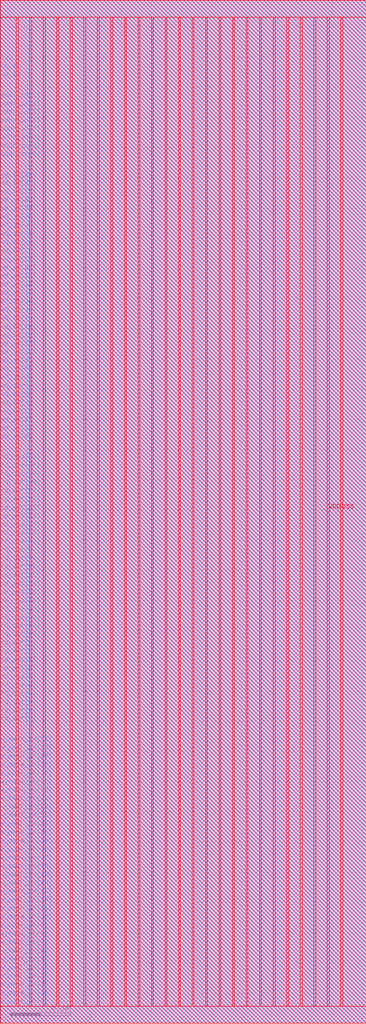
<source format=lef>
VERSION 5.7 ;
BUSBITCHARS "[]" ;
MACRO fakeram45_256x32
  FOREIGN fakeram45_256x32 0 0 ;
  SYMMETRY X Y R90 ;
  SIZE 60.610 BY 169.400 ;
  CLASS BLOCK ;
  PIN w_mask_in[0]
    DIRECTION INPUT ;
    USE SIGNAL ;
    SHAPE ABUTMENT ;
    PORT
      LAYER metal3 ;
      RECT 0.000 2.765 0.070 2.835 ;
    END
  END w_mask_in[0]
  PIN w_mask_in[1]
    DIRECTION INPUT ;
    USE SIGNAL ;
    SHAPE ABUTMENT ;
    PORT
      LAYER metal3 ;
      RECT 0.000 4.165 0.070 4.235 ;
    END
  END w_mask_in[1]
  PIN w_mask_in[2]
    DIRECTION INPUT ;
    USE SIGNAL ;
    SHAPE ABUTMENT ;
    PORT
      LAYER metal3 ;
      RECT 0.000 5.565 0.070 5.635 ;
    END
  END w_mask_in[2]
  PIN w_mask_in[3]
    DIRECTION INPUT ;
    USE SIGNAL ;
    SHAPE ABUTMENT ;
    PORT
      LAYER metal3 ;
      RECT 0.000 6.965 0.070 7.035 ;
    END
  END w_mask_in[3]
  PIN w_mask_in[4]
    DIRECTION INPUT ;
    USE SIGNAL ;
    SHAPE ABUTMENT ;
    PORT
      LAYER metal3 ;
      RECT 0.000 8.365 0.070 8.435 ;
    END
  END w_mask_in[4]
  PIN w_mask_in[5]
    DIRECTION INPUT ;
    USE SIGNAL ;
    SHAPE ABUTMENT ;
    PORT
      LAYER metal3 ;
      RECT 0.000 9.765 0.070 9.835 ;
    END
  END w_mask_in[5]
  PIN w_mask_in[6]
    DIRECTION INPUT ;
    USE SIGNAL ;
    SHAPE ABUTMENT ;
    PORT
      LAYER metal3 ;
      RECT 0.000 11.165 0.070 11.235 ;
    END
  END w_mask_in[6]
  PIN w_mask_in[7]
    DIRECTION INPUT ;
    USE SIGNAL ;
    SHAPE ABUTMENT ;
    PORT
      LAYER metal3 ;
      RECT 0.000 12.565 0.070 12.635 ;
    END
  END w_mask_in[7]
  PIN w_mask_in[8]
    DIRECTION INPUT ;
    USE SIGNAL ;
    SHAPE ABUTMENT ;
    PORT
      LAYER metal3 ;
      RECT 0.000 13.965 0.070 14.035 ;
    END
  END w_mask_in[8]
  PIN w_mask_in[9]
    DIRECTION INPUT ;
    USE SIGNAL ;
    SHAPE ABUTMENT ;
    PORT
      LAYER metal3 ;
      RECT 0.000 15.365 0.070 15.435 ;
    END
  END w_mask_in[9]
  PIN w_mask_in[10]
    DIRECTION INPUT ;
    USE SIGNAL ;
    SHAPE ABUTMENT ;
    PORT
      LAYER metal3 ;
      RECT 0.000 16.765 0.070 16.835 ;
    END
  END w_mask_in[10]
  PIN w_mask_in[11]
    DIRECTION INPUT ;
    USE SIGNAL ;
    SHAPE ABUTMENT ;
    PORT
      LAYER metal3 ;
      RECT 0.000 18.165 0.070 18.235 ;
    END
  END w_mask_in[11]
  PIN w_mask_in[12]
    DIRECTION INPUT ;
    USE SIGNAL ;
    SHAPE ABUTMENT ;
    PORT
      LAYER metal3 ;
      RECT 0.000 19.565 0.070 19.635 ;
    END
  END w_mask_in[12]
  PIN w_mask_in[13]
    DIRECTION INPUT ;
    USE SIGNAL ;
    SHAPE ABUTMENT ;
    PORT
      LAYER metal3 ;
      RECT 0.000 20.965 0.070 21.035 ;
    END
  END w_mask_in[13]
  PIN w_mask_in[14]
    DIRECTION INPUT ;
    USE SIGNAL ;
    SHAPE ABUTMENT ;
    PORT
      LAYER metal3 ;
      RECT 0.000 22.365 0.070 22.435 ;
    END
  END w_mask_in[14]
  PIN w_mask_in[15]
    DIRECTION INPUT ;
    USE SIGNAL ;
    SHAPE ABUTMENT ;
    PORT
      LAYER metal3 ;
      RECT 0.000 23.765 0.070 23.835 ;
    END
  END w_mask_in[15]
  PIN w_mask_in[16]
    DIRECTION INPUT ;
    USE SIGNAL ;
    SHAPE ABUTMENT ;
    PORT
      LAYER metal3 ;
      RECT 0.000 25.165 0.070 25.235 ;
    END
  END w_mask_in[16]
  PIN w_mask_in[17]
    DIRECTION INPUT ;
    USE SIGNAL ;
    SHAPE ABUTMENT ;
    PORT
      LAYER metal3 ;
      RECT 0.000 26.565 0.070 26.635 ;
    END
  END w_mask_in[17]
  PIN w_mask_in[18]
    DIRECTION INPUT ;
    USE SIGNAL ;
    SHAPE ABUTMENT ;
    PORT
      LAYER metal3 ;
      RECT 0.000 27.965 0.070 28.035 ;
    END
  END w_mask_in[18]
  PIN w_mask_in[19]
    DIRECTION INPUT ;
    USE SIGNAL ;
    SHAPE ABUTMENT ;
    PORT
      LAYER metal3 ;
      RECT 0.000 29.365 0.070 29.435 ;
    END
  END w_mask_in[19]
  PIN w_mask_in[20]
    DIRECTION INPUT ;
    USE SIGNAL ;
    SHAPE ABUTMENT ;
    PORT
      LAYER metal3 ;
      RECT 0.000 30.765 0.070 30.835 ;
    END
  END w_mask_in[20]
  PIN w_mask_in[21]
    DIRECTION INPUT ;
    USE SIGNAL ;
    SHAPE ABUTMENT ;
    PORT
      LAYER metal3 ;
      RECT 0.000 32.165 0.070 32.235 ;
    END
  END w_mask_in[21]
  PIN w_mask_in[22]
    DIRECTION INPUT ;
    USE SIGNAL ;
    SHAPE ABUTMENT ;
    PORT
      LAYER metal3 ;
      RECT 0.000 33.565 0.070 33.635 ;
    END
  END w_mask_in[22]
  PIN w_mask_in[23]
    DIRECTION INPUT ;
    USE SIGNAL ;
    SHAPE ABUTMENT ;
    PORT
      LAYER metal3 ;
      RECT 0.000 34.965 0.070 35.035 ;
    END
  END w_mask_in[23]
  PIN w_mask_in[24]
    DIRECTION INPUT ;
    USE SIGNAL ;
    SHAPE ABUTMENT ;
    PORT
      LAYER metal3 ;
      RECT 0.000 36.365 0.070 36.435 ;
    END
  END w_mask_in[24]
  PIN w_mask_in[25]
    DIRECTION INPUT ;
    USE SIGNAL ;
    SHAPE ABUTMENT ;
    PORT
      LAYER metal3 ;
      RECT 0.000 37.765 0.070 37.835 ;
    END
  END w_mask_in[25]
  PIN w_mask_in[26]
    DIRECTION INPUT ;
    USE SIGNAL ;
    SHAPE ABUTMENT ;
    PORT
      LAYER metal3 ;
      RECT 0.000 39.165 0.070 39.235 ;
    END
  END w_mask_in[26]
  PIN w_mask_in[27]
    DIRECTION INPUT ;
    USE SIGNAL ;
    SHAPE ABUTMENT ;
    PORT
      LAYER metal3 ;
      RECT 0.000 40.565 0.070 40.635 ;
    END
  END w_mask_in[27]
  PIN w_mask_in[28]
    DIRECTION INPUT ;
    USE SIGNAL ;
    SHAPE ABUTMENT ;
    PORT
      LAYER metal3 ;
      RECT 0.000 41.965 0.070 42.035 ;
    END
  END w_mask_in[28]
  PIN w_mask_in[29]
    DIRECTION INPUT ;
    USE SIGNAL ;
    SHAPE ABUTMENT ;
    PORT
      LAYER metal3 ;
      RECT 0.000 43.365 0.070 43.435 ;
    END
  END w_mask_in[29]
  PIN w_mask_in[30]
    DIRECTION INPUT ;
    USE SIGNAL ;
    SHAPE ABUTMENT ;
    PORT
      LAYER metal3 ;
      RECT 0.000 44.765 0.070 44.835 ;
    END
  END w_mask_in[30]
  PIN w_mask_in[31]
    DIRECTION INPUT ;
    USE SIGNAL ;
    SHAPE ABUTMENT ;
    PORT
      LAYER metal3 ;
      RECT 0.000 46.165 0.070 46.235 ;
    END
  END w_mask_in[31]
  PIN rd_out[0]
    DIRECTION OUTPUT ;
    USE SIGNAL ;
    SHAPE ABUTMENT ;
    PORT
      LAYER metal3 ;
      RECT 0.000 49.525 0.070 49.595 ;
    END
  END rd_out[0]
  PIN rd_out[1]
    DIRECTION OUTPUT ;
    USE SIGNAL ;
    SHAPE ABUTMENT ;
    PORT
      LAYER metal3 ;
      RECT 0.000 50.925 0.070 50.995 ;
    END
  END rd_out[1]
  PIN rd_out[2]
    DIRECTION OUTPUT ;
    USE SIGNAL ;
    SHAPE ABUTMENT ;
    PORT
      LAYER metal3 ;
      RECT 0.000 52.325 0.070 52.395 ;
    END
  END rd_out[2]
  PIN rd_out[3]
    DIRECTION OUTPUT ;
    USE SIGNAL ;
    SHAPE ABUTMENT ;
    PORT
      LAYER metal3 ;
      RECT 0.000 53.725 0.070 53.795 ;
    END
  END rd_out[3]
  PIN rd_out[4]
    DIRECTION OUTPUT ;
    USE SIGNAL ;
    SHAPE ABUTMENT ;
    PORT
      LAYER metal3 ;
      RECT 0.000 55.125 0.070 55.195 ;
    END
  END rd_out[4]
  PIN rd_out[5]
    DIRECTION OUTPUT ;
    USE SIGNAL ;
    SHAPE ABUTMENT ;
    PORT
      LAYER metal3 ;
      RECT 0.000 56.525 0.070 56.595 ;
    END
  END rd_out[5]
  PIN rd_out[6]
    DIRECTION OUTPUT ;
    USE SIGNAL ;
    SHAPE ABUTMENT ;
    PORT
      LAYER metal3 ;
      RECT 0.000 57.925 0.070 57.995 ;
    END
  END rd_out[6]
  PIN rd_out[7]
    DIRECTION OUTPUT ;
    USE SIGNAL ;
    SHAPE ABUTMENT ;
    PORT
      LAYER metal3 ;
      RECT 0.000 59.325 0.070 59.395 ;
    END
  END rd_out[7]
  PIN rd_out[8]
    DIRECTION OUTPUT ;
    USE SIGNAL ;
    SHAPE ABUTMENT ;
    PORT
      LAYER metal3 ;
      RECT 0.000 60.725 0.070 60.795 ;
    END
  END rd_out[8]
  PIN rd_out[9]
    DIRECTION OUTPUT ;
    USE SIGNAL ;
    SHAPE ABUTMENT ;
    PORT
      LAYER metal3 ;
      RECT 0.000 62.125 0.070 62.195 ;
    END
  END rd_out[9]
  PIN rd_out[10]
    DIRECTION OUTPUT ;
    USE SIGNAL ;
    SHAPE ABUTMENT ;
    PORT
      LAYER metal3 ;
      RECT 0.000 63.525 0.070 63.595 ;
    END
  END rd_out[10]
  PIN rd_out[11]
    DIRECTION OUTPUT ;
    USE SIGNAL ;
    SHAPE ABUTMENT ;
    PORT
      LAYER metal3 ;
      RECT 0.000 64.925 0.070 64.995 ;
    END
  END rd_out[11]
  PIN rd_out[12]
    DIRECTION OUTPUT ;
    USE SIGNAL ;
    SHAPE ABUTMENT ;
    PORT
      LAYER metal3 ;
      RECT 0.000 66.325 0.070 66.395 ;
    END
  END rd_out[12]
  PIN rd_out[13]
    DIRECTION OUTPUT ;
    USE SIGNAL ;
    SHAPE ABUTMENT ;
    PORT
      LAYER metal3 ;
      RECT 0.000 67.725 0.070 67.795 ;
    END
  END rd_out[13]
  PIN rd_out[14]
    DIRECTION OUTPUT ;
    USE SIGNAL ;
    SHAPE ABUTMENT ;
    PORT
      LAYER metal3 ;
      RECT 0.000 69.125 0.070 69.195 ;
    END
  END rd_out[14]
  PIN rd_out[15]
    DIRECTION OUTPUT ;
    USE SIGNAL ;
    SHAPE ABUTMENT ;
    PORT
      LAYER metal3 ;
      RECT 0.000 70.525 0.070 70.595 ;
    END
  END rd_out[15]
  PIN rd_out[16]
    DIRECTION OUTPUT ;
    USE SIGNAL ;
    SHAPE ABUTMENT ;
    PORT
      LAYER metal3 ;
      RECT 0.000 71.925 0.070 71.995 ;
    END
  END rd_out[16]
  PIN rd_out[17]
    DIRECTION OUTPUT ;
    USE SIGNAL ;
    SHAPE ABUTMENT ;
    PORT
      LAYER metal3 ;
      RECT 0.000 73.325 0.070 73.395 ;
    END
  END rd_out[17]
  PIN rd_out[18]
    DIRECTION OUTPUT ;
    USE SIGNAL ;
    SHAPE ABUTMENT ;
    PORT
      LAYER metal3 ;
      RECT 0.000 74.725 0.070 74.795 ;
    END
  END rd_out[18]
  PIN rd_out[19]
    DIRECTION OUTPUT ;
    USE SIGNAL ;
    SHAPE ABUTMENT ;
    PORT
      LAYER metal3 ;
      RECT 0.000 76.125 0.070 76.195 ;
    END
  END rd_out[19]
  PIN rd_out[20]
    DIRECTION OUTPUT ;
    USE SIGNAL ;
    SHAPE ABUTMENT ;
    PORT
      LAYER metal3 ;
      RECT 0.000 77.525 0.070 77.595 ;
    END
  END rd_out[20]
  PIN rd_out[21]
    DIRECTION OUTPUT ;
    USE SIGNAL ;
    SHAPE ABUTMENT ;
    PORT
      LAYER metal3 ;
      RECT 0.000 78.925 0.070 78.995 ;
    END
  END rd_out[21]
  PIN rd_out[22]
    DIRECTION OUTPUT ;
    USE SIGNAL ;
    SHAPE ABUTMENT ;
    PORT
      LAYER metal3 ;
      RECT 0.000 80.325 0.070 80.395 ;
    END
  END rd_out[22]
  PIN rd_out[23]
    DIRECTION OUTPUT ;
    USE SIGNAL ;
    SHAPE ABUTMENT ;
    PORT
      LAYER metal3 ;
      RECT 0.000 81.725 0.070 81.795 ;
    END
  END rd_out[23]
  PIN rd_out[24]
    DIRECTION OUTPUT ;
    USE SIGNAL ;
    SHAPE ABUTMENT ;
    PORT
      LAYER metal3 ;
      RECT 0.000 83.125 0.070 83.195 ;
    END
  END rd_out[24]
  PIN rd_out[25]
    DIRECTION OUTPUT ;
    USE SIGNAL ;
    SHAPE ABUTMENT ;
    PORT
      LAYER metal3 ;
      RECT 0.000 84.525 0.070 84.595 ;
    END
  END rd_out[25]
  PIN rd_out[26]
    DIRECTION OUTPUT ;
    USE SIGNAL ;
    SHAPE ABUTMENT ;
    PORT
      LAYER metal3 ;
      RECT 0.000 85.925 0.070 85.995 ;
    END
  END rd_out[26]
  PIN rd_out[27]
    DIRECTION OUTPUT ;
    USE SIGNAL ;
    SHAPE ABUTMENT ;
    PORT
      LAYER metal3 ;
      RECT 0.000 87.325 0.070 87.395 ;
    END
  END rd_out[27]
  PIN rd_out[28]
    DIRECTION OUTPUT ;
    USE SIGNAL ;
    SHAPE ABUTMENT ;
    PORT
      LAYER metal3 ;
      RECT 0.000 88.725 0.070 88.795 ;
    END
  END rd_out[28]
  PIN rd_out[29]
    DIRECTION OUTPUT ;
    USE SIGNAL ;
    SHAPE ABUTMENT ;
    PORT
      LAYER metal3 ;
      RECT 0.000 90.125 0.070 90.195 ;
    END
  END rd_out[29]
  PIN rd_out[30]
    DIRECTION OUTPUT ;
    USE SIGNAL ;
    SHAPE ABUTMENT ;
    PORT
      LAYER metal3 ;
      RECT 0.000 91.525 0.070 91.595 ;
    END
  END rd_out[30]
  PIN rd_out[31]
    DIRECTION OUTPUT ;
    USE SIGNAL ;
    SHAPE ABUTMENT ;
    PORT
      LAYER metal3 ;
      RECT 0.000 92.925 0.070 92.995 ;
    END
  END rd_out[31]
  PIN wd_in[0]
    DIRECTION INPUT ;
    USE SIGNAL ;
    SHAPE ABUTMENT ;
    PORT
      LAYER metal3 ;
      RECT 0.000 96.285 0.070 96.355 ;
    END
  END wd_in[0]
  PIN wd_in[1]
    DIRECTION INPUT ;
    USE SIGNAL ;
    SHAPE ABUTMENT ;
    PORT
      LAYER metal3 ;
      RECT 0.000 97.685 0.070 97.755 ;
    END
  END wd_in[1]
  PIN wd_in[2]
    DIRECTION INPUT ;
    USE SIGNAL ;
    SHAPE ABUTMENT ;
    PORT
      LAYER metal3 ;
      RECT 0.000 99.085 0.070 99.155 ;
    END
  END wd_in[2]
  PIN wd_in[3]
    DIRECTION INPUT ;
    USE SIGNAL ;
    SHAPE ABUTMENT ;
    PORT
      LAYER metal3 ;
      RECT 0.000 100.485 0.070 100.555 ;
    END
  END wd_in[3]
  PIN wd_in[4]
    DIRECTION INPUT ;
    USE SIGNAL ;
    SHAPE ABUTMENT ;
    PORT
      LAYER metal3 ;
      RECT 0.000 101.885 0.070 101.955 ;
    END
  END wd_in[4]
  PIN wd_in[5]
    DIRECTION INPUT ;
    USE SIGNAL ;
    SHAPE ABUTMENT ;
    PORT
      LAYER metal3 ;
      RECT 0.000 103.285 0.070 103.355 ;
    END
  END wd_in[5]
  PIN wd_in[6]
    DIRECTION INPUT ;
    USE SIGNAL ;
    SHAPE ABUTMENT ;
    PORT
      LAYER metal3 ;
      RECT 0.000 104.685 0.070 104.755 ;
    END
  END wd_in[6]
  PIN wd_in[7]
    DIRECTION INPUT ;
    USE SIGNAL ;
    SHAPE ABUTMENT ;
    PORT
      LAYER metal3 ;
      RECT 0.000 106.085 0.070 106.155 ;
    END
  END wd_in[7]
  PIN wd_in[8]
    DIRECTION INPUT ;
    USE SIGNAL ;
    SHAPE ABUTMENT ;
    PORT
      LAYER metal3 ;
      RECT 0.000 107.485 0.070 107.555 ;
    END
  END wd_in[8]
  PIN wd_in[9]
    DIRECTION INPUT ;
    USE SIGNAL ;
    SHAPE ABUTMENT ;
    PORT
      LAYER metal3 ;
      RECT 0.000 108.885 0.070 108.955 ;
    END
  END wd_in[9]
  PIN wd_in[10]
    DIRECTION INPUT ;
    USE SIGNAL ;
    SHAPE ABUTMENT ;
    PORT
      LAYER metal3 ;
      RECT 0.000 110.285 0.070 110.355 ;
    END
  END wd_in[10]
  PIN wd_in[11]
    DIRECTION INPUT ;
    USE SIGNAL ;
    SHAPE ABUTMENT ;
    PORT
      LAYER metal3 ;
      RECT 0.000 111.685 0.070 111.755 ;
    END
  END wd_in[11]
  PIN wd_in[12]
    DIRECTION INPUT ;
    USE SIGNAL ;
    SHAPE ABUTMENT ;
    PORT
      LAYER metal3 ;
      RECT 0.000 113.085 0.070 113.155 ;
    END
  END wd_in[12]
  PIN wd_in[13]
    DIRECTION INPUT ;
    USE SIGNAL ;
    SHAPE ABUTMENT ;
    PORT
      LAYER metal3 ;
      RECT 0.000 114.485 0.070 114.555 ;
    END
  END wd_in[13]
  PIN wd_in[14]
    DIRECTION INPUT ;
    USE SIGNAL ;
    SHAPE ABUTMENT ;
    PORT
      LAYER metal3 ;
      RECT 0.000 115.885 0.070 115.955 ;
    END
  END wd_in[14]
  PIN wd_in[15]
    DIRECTION INPUT ;
    USE SIGNAL ;
    SHAPE ABUTMENT ;
    PORT
      LAYER metal3 ;
      RECT 0.000 117.285 0.070 117.355 ;
    END
  END wd_in[15]
  PIN wd_in[16]
    DIRECTION INPUT ;
    USE SIGNAL ;
    SHAPE ABUTMENT ;
    PORT
      LAYER metal3 ;
      RECT 0.000 118.685 0.070 118.755 ;
    END
  END wd_in[16]
  PIN wd_in[17]
    DIRECTION INPUT ;
    USE SIGNAL ;
    SHAPE ABUTMENT ;
    PORT
      LAYER metal3 ;
      RECT 0.000 120.085 0.070 120.155 ;
    END
  END wd_in[17]
  PIN wd_in[18]
    DIRECTION INPUT ;
    USE SIGNAL ;
    SHAPE ABUTMENT ;
    PORT
      LAYER metal3 ;
      RECT 0.000 121.485 0.070 121.555 ;
    END
  END wd_in[18]
  PIN wd_in[19]
    DIRECTION INPUT ;
    USE SIGNAL ;
    SHAPE ABUTMENT ;
    PORT
      LAYER metal3 ;
      RECT 0.000 122.885 0.070 122.955 ;
    END
  END wd_in[19]
  PIN wd_in[20]
    DIRECTION INPUT ;
    USE SIGNAL ;
    SHAPE ABUTMENT ;
    PORT
      LAYER metal3 ;
      RECT 0.000 124.285 0.070 124.355 ;
    END
  END wd_in[20]
  PIN wd_in[21]
    DIRECTION INPUT ;
    USE SIGNAL ;
    SHAPE ABUTMENT ;
    PORT
      LAYER metal3 ;
      RECT 0.000 125.685 0.070 125.755 ;
    END
  END wd_in[21]
  PIN wd_in[22]
    DIRECTION INPUT ;
    USE SIGNAL ;
    SHAPE ABUTMENT ;
    PORT
      LAYER metal3 ;
      RECT 0.000 127.085 0.070 127.155 ;
    END
  END wd_in[22]
  PIN wd_in[23]
    DIRECTION INPUT ;
    USE SIGNAL ;
    SHAPE ABUTMENT ;
    PORT
      LAYER metal3 ;
      RECT 0.000 128.485 0.070 128.555 ;
    END
  END wd_in[23]
  PIN wd_in[24]
    DIRECTION INPUT ;
    USE SIGNAL ;
    SHAPE ABUTMENT ;
    PORT
      LAYER metal3 ;
      RECT 0.000 129.885 0.070 129.955 ;
    END
  END wd_in[24]
  PIN wd_in[25]
    DIRECTION INPUT ;
    USE SIGNAL ;
    SHAPE ABUTMENT ;
    PORT
      LAYER metal3 ;
      RECT 0.000 131.285 0.070 131.355 ;
    END
  END wd_in[25]
  PIN wd_in[26]
    DIRECTION INPUT ;
    USE SIGNAL ;
    SHAPE ABUTMENT ;
    PORT
      LAYER metal3 ;
      RECT 0.000 132.685 0.070 132.755 ;
    END
  END wd_in[26]
  PIN wd_in[27]
    DIRECTION INPUT ;
    USE SIGNAL ;
    SHAPE ABUTMENT ;
    PORT
      LAYER metal3 ;
      RECT 0.000 134.085 0.070 134.155 ;
    END
  END wd_in[27]
  PIN wd_in[28]
    DIRECTION INPUT ;
    USE SIGNAL ;
    SHAPE ABUTMENT ;
    PORT
      LAYER metal3 ;
      RECT 0.000 135.485 0.070 135.555 ;
    END
  END wd_in[28]
  PIN wd_in[29]
    DIRECTION INPUT ;
    USE SIGNAL ;
    SHAPE ABUTMENT ;
    PORT
      LAYER metal3 ;
      RECT 0.000 136.885 0.070 136.955 ;
    END
  END wd_in[29]
  PIN wd_in[30]
    DIRECTION INPUT ;
    USE SIGNAL ;
    SHAPE ABUTMENT ;
    PORT
      LAYER metal3 ;
      RECT 0.000 138.285 0.070 138.355 ;
    END
  END wd_in[30]
  PIN wd_in[31]
    DIRECTION INPUT ;
    USE SIGNAL ;
    SHAPE ABUTMENT ;
    PORT
      LAYER metal3 ;
      RECT 0.000 139.685 0.070 139.755 ;
    END
  END wd_in[31]
  PIN addr_in[0]
    DIRECTION INPUT ;
    USE SIGNAL ;
    SHAPE ABUTMENT ;
    PORT
      LAYER metal3 ;
      RECT 0.000 143.045 0.070 143.115 ;
    END
  END addr_in[0]
  PIN addr_in[1]
    DIRECTION INPUT ;
    USE SIGNAL ;
    SHAPE ABUTMENT ;
    PORT
      LAYER metal3 ;
      RECT 0.000 144.445 0.070 144.515 ;
    END
  END addr_in[1]
  PIN addr_in[2]
    DIRECTION INPUT ;
    USE SIGNAL ;
    SHAPE ABUTMENT ;
    PORT
      LAYER metal3 ;
      RECT 0.000 145.845 0.070 145.915 ;
    END
  END addr_in[2]
  PIN addr_in[3]
    DIRECTION INPUT ;
    USE SIGNAL ;
    SHAPE ABUTMENT ;
    PORT
      LAYER metal3 ;
      RECT 0.000 147.245 0.070 147.315 ;
    END
  END addr_in[3]
  PIN addr_in[4]
    DIRECTION INPUT ;
    USE SIGNAL ;
    SHAPE ABUTMENT ;
    PORT
      LAYER metal3 ;
      RECT 0.000 148.645 0.070 148.715 ;
    END
  END addr_in[4]
  PIN addr_in[5]
    DIRECTION INPUT ;
    USE SIGNAL ;
    SHAPE ABUTMENT ;
    PORT
      LAYER metal3 ;
      RECT 0.000 150.045 0.070 150.115 ;
    END
  END addr_in[5]
  PIN addr_in[6]
    DIRECTION INPUT ;
    USE SIGNAL ;
    SHAPE ABUTMENT ;
    PORT
      LAYER metal3 ;
      RECT 0.000 151.445 0.070 151.515 ;
    END
  END addr_in[6]
  PIN addr_in[7]
    DIRECTION INPUT ;
    USE SIGNAL ;
    SHAPE ABUTMENT ;
    PORT
      LAYER metal3 ;
      RECT 0.000 152.845 0.070 152.915 ;
    END
  END addr_in[7]
  PIN we_in
    DIRECTION INPUT ;
    USE SIGNAL ;
    SHAPE ABUTMENT ;
    PORT
      LAYER metal3 ;
      RECT 0.000 156.205 0.070 156.275 ;
    END
  END we_in
  PIN ce_in
    DIRECTION INPUT ;
    USE SIGNAL ;
    SHAPE ABUTMENT ;
    PORT
      LAYER metal3 ;
      RECT 0.000 157.605 0.070 157.675 ;
    END
  END ce_in
  PIN clk
    DIRECTION INPUT ;
    USE SIGNAL ;
    SHAPE ABUTMENT ;
    PORT
      LAYER metal3 ;
      RECT 0.000 159.005 0.070 159.075 ;
    END
  END clk
  PIN VSS
    DIRECTION INOUT ;
    USE GROUND ;
    PORT
      LAYER metal4 ;
      RECT 2.660 2.800 2.940 166.600 ;
      RECT 7.140 2.800 7.420 166.600 ;
      RECT 11.620 2.800 11.900 166.600 ;
      RECT 16.100 2.800 16.380 166.600 ;
      RECT 20.580 2.800 20.860 166.600 ;
      RECT 25.060 2.800 25.340 166.600 ;
      RECT 29.540 2.800 29.820 166.600 ;
      RECT 34.020 2.800 34.300 166.600 ;
      RECT 38.500 2.800 38.780 166.600 ;
      RECT 42.980 2.800 43.260 166.600 ;
      RECT 47.460 2.800 47.740 166.600 ;
      RECT 51.940 2.800 52.220 166.600 ;
      RECT 56.420 2.800 56.700 166.600 ;
    END
  END VSS
  PIN VDD
    DIRECTION INOUT ;
    USE POWER ;
    PORT
      LAYER metal4 ;
      RECT 4.900 2.800 5.180 166.600 ;
      RECT 9.380 2.800 9.660 166.600 ;
      RECT 13.860 2.800 14.140 166.600 ;
      RECT 18.340 2.800 18.620 166.600 ;
      RECT 22.820 2.800 23.100 166.600 ;
      RECT 27.300 2.800 27.580 166.600 ;
      RECT 31.780 2.800 32.060 166.600 ;
      RECT 36.260 2.800 36.540 166.600 ;
      RECT 40.740 2.800 41.020 166.600 ;
      RECT 45.220 2.800 45.500 166.600 ;
      RECT 49.700 2.800 49.980 166.600 ;
      RECT 54.180 2.800 54.460 166.600 ;
    END
  END VDD
  OBS
    LAYER metal1 ;
    RECT 0 0 60.610 169.400 ;
    LAYER metal2 ;
    RECT 0 0 60.610 169.400 ;
    LAYER metal3 ;
    RECT 0.070 0 60.610 169.400 ;
    RECT 0 0.000 0.070 2.765 ;
    RECT 0 2.835 0.070 4.165 ;
    RECT 0 4.235 0.070 5.565 ;
    RECT 0 5.635 0.070 6.965 ;
    RECT 0 7.035 0.070 8.365 ;
    RECT 0 8.435 0.070 9.765 ;
    RECT 0 9.835 0.070 11.165 ;
    RECT 0 11.235 0.070 12.565 ;
    RECT 0 12.635 0.070 13.965 ;
    RECT 0 14.035 0.070 15.365 ;
    RECT 0 15.435 0.070 16.765 ;
    RECT 0 16.835 0.070 18.165 ;
    RECT 0 18.235 0.070 19.565 ;
    RECT 0 19.635 0.070 20.965 ;
    RECT 0 21.035 0.070 22.365 ;
    RECT 0 22.435 0.070 23.765 ;
    RECT 0 23.835 0.070 25.165 ;
    RECT 0 25.235 0.070 26.565 ;
    RECT 0 26.635 0.070 27.965 ;
    RECT 0 28.035 0.070 29.365 ;
    RECT 0 29.435 0.070 30.765 ;
    RECT 0 30.835 0.070 32.165 ;
    RECT 0 32.235 0.070 33.565 ;
    RECT 0 33.635 0.070 34.965 ;
    RECT 0 35.035 0.070 36.365 ;
    RECT 0 36.435 0.070 37.765 ;
    RECT 0 37.835 0.070 39.165 ;
    RECT 0 39.235 0.070 40.565 ;
    RECT 0 40.635 0.070 41.965 ;
    RECT 0 42.035 0.070 43.365 ;
    RECT 0 43.435 0.070 44.765 ;
    RECT 0 44.835 0.070 46.165 ;
    RECT 0 46.235 0.070 49.525 ;
    RECT 0 49.595 0.070 50.925 ;
    RECT 0 50.995 0.070 52.325 ;
    RECT 0 52.395 0.070 53.725 ;
    RECT 0 53.795 0.070 55.125 ;
    RECT 0 55.195 0.070 56.525 ;
    RECT 0 56.595 0.070 57.925 ;
    RECT 0 57.995 0.070 59.325 ;
    RECT 0 59.395 0.070 60.725 ;
    RECT 0 60.795 0.070 62.125 ;
    RECT 0 62.195 0.070 63.525 ;
    RECT 0 63.595 0.070 64.925 ;
    RECT 0 64.995 0.070 66.325 ;
    RECT 0 66.395 0.070 67.725 ;
    RECT 0 67.795 0.070 69.125 ;
    RECT 0 69.195 0.070 70.525 ;
    RECT 0 70.595 0.070 71.925 ;
    RECT 0 71.995 0.070 73.325 ;
    RECT 0 73.395 0.070 74.725 ;
    RECT 0 74.795 0.070 76.125 ;
    RECT 0 76.195 0.070 77.525 ;
    RECT 0 77.595 0.070 78.925 ;
    RECT 0 78.995 0.070 80.325 ;
    RECT 0 80.395 0.070 81.725 ;
    RECT 0 81.795 0.070 83.125 ;
    RECT 0 83.195 0.070 84.525 ;
    RECT 0 84.595 0.070 85.925 ;
    RECT 0 85.995 0.070 87.325 ;
    RECT 0 87.395 0.070 88.725 ;
    RECT 0 88.795 0.070 90.125 ;
    RECT 0 90.195 0.070 91.525 ;
    RECT 0 91.595 0.070 92.925 ;
    RECT 0 92.995 0.070 96.285 ;
    RECT 0 96.355 0.070 97.685 ;
    RECT 0 97.755 0.070 99.085 ;
    RECT 0 99.155 0.070 100.485 ;
    RECT 0 100.555 0.070 101.885 ;
    RECT 0 101.955 0.070 103.285 ;
    RECT 0 103.355 0.070 104.685 ;
    RECT 0 104.755 0.070 106.085 ;
    RECT 0 106.155 0.070 107.485 ;
    RECT 0 107.555 0.070 108.885 ;
    RECT 0 108.955 0.070 110.285 ;
    RECT 0 110.355 0.070 111.685 ;
    RECT 0 111.755 0.070 113.085 ;
    RECT 0 113.155 0.070 114.485 ;
    RECT 0 114.555 0.070 115.885 ;
    RECT 0 115.955 0.070 117.285 ;
    RECT 0 117.355 0.070 118.685 ;
    RECT 0 118.755 0.070 120.085 ;
    RECT 0 120.155 0.070 121.485 ;
    RECT 0 121.555 0.070 122.885 ;
    RECT 0 122.955 0.070 124.285 ;
    RECT 0 124.355 0.070 125.685 ;
    RECT 0 125.755 0.070 127.085 ;
    RECT 0 127.155 0.070 128.485 ;
    RECT 0 128.555 0.070 129.885 ;
    RECT 0 129.955 0.070 131.285 ;
    RECT 0 131.355 0.070 132.685 ;
    RECT 0 132.755 0.070 134.085 ;
    RECT 0 134.155 0.070 135.485 ;
    RECT 0 135.555 0.070 136.885 ;
    RECT 0 136.955 0.070 138.285 ;
    RECT 0 138.355 0.070 139.685 ;
    RECT 0 139.755 0.070 143.045 ;
    RECT 0 143.115 0.070 144.445 ;
    RECT 0 144.515 0.070 145.845 ;
    RECT 0 145.915 0.070 147.245 ;
    RECT 0 147.315 0.070 148.645 ;
    RECT 0 148.715 0.070 150.045 ;
    RECT 0 150.115 0.070 151.445 ;
    RECT 0 151.515 0.070 152.845 ;
    RECT 0 152.915 0.070 156.205 ;
    RECT 0 156.275 0.070 157.605 ;
    RECT 0 157.675 0.070 159.005 ;
    RECT 0 159.075 0.070 169.400 ;
    LAYER metal4 ;
    RECT 0 0 60.610 2.800 ;
    RECT 0 166.600 60.610 169.400 ;
    RECT 0.000 2.800 2.660 166.600 ;
    RECT 2.940 2.800 4.900 166.600 ;
    RECT 5.180 2.800 7.140 166.600 ;
    RECT 7.420 2.800 9.380 166.600 ;
    RECT 9.660 2.800 11.620 166.600 ;
    RECT 11.900 2.800 13.860 166.600 ;
    RECT 14.140 2.800 16.100 166.600 ;
    RECT 16.380 2.800 18.340 166.600 ;
    RECT 18.620 2.800 20.580 166.600 ;
    RECT 20.860 2.800 22.820 166.600 ;
    RECT 23.100 2.800 25.060 166.600 ;
    RECT 25.340 2.800 27.300 166.600 ;
    RECT 27.580 2.800 29.540 166.600 ;
    RECT 29.820 2.800 31.780 166.600 ;
    RECT 32.060 2.800 34.020 166.600 ;
    RECT 34.300 2.800 36.260 166.600 ;
    RECT 36.540 2.800 38.500 166.600 ;
    RECT 38.780 2.800 40.740 166.600 ;
    RECT 41.020 2.800 42.980 166.600 ;
    RECT 43.260 2.800 45.220 166.600 ;
    RECT 45.500 2.800 47.460 166.600 ;
    RECT 47.740 2.800 49.700 166.600 ;
    RECT 49.980 2.800 51.940 166.600 ;
    RECT 52.220 2.800 54.180 166.600 ;
    RECT 54.460 2.800 56.420 166.600 ;
    RECT 56.700 2.800 60.610 166.600 ;
    LAYER OVERLAP ;
    RECT 0 0 60.610 169.400 ;
  END
END fakeram45_256x32

END LIBRARY

</source>
